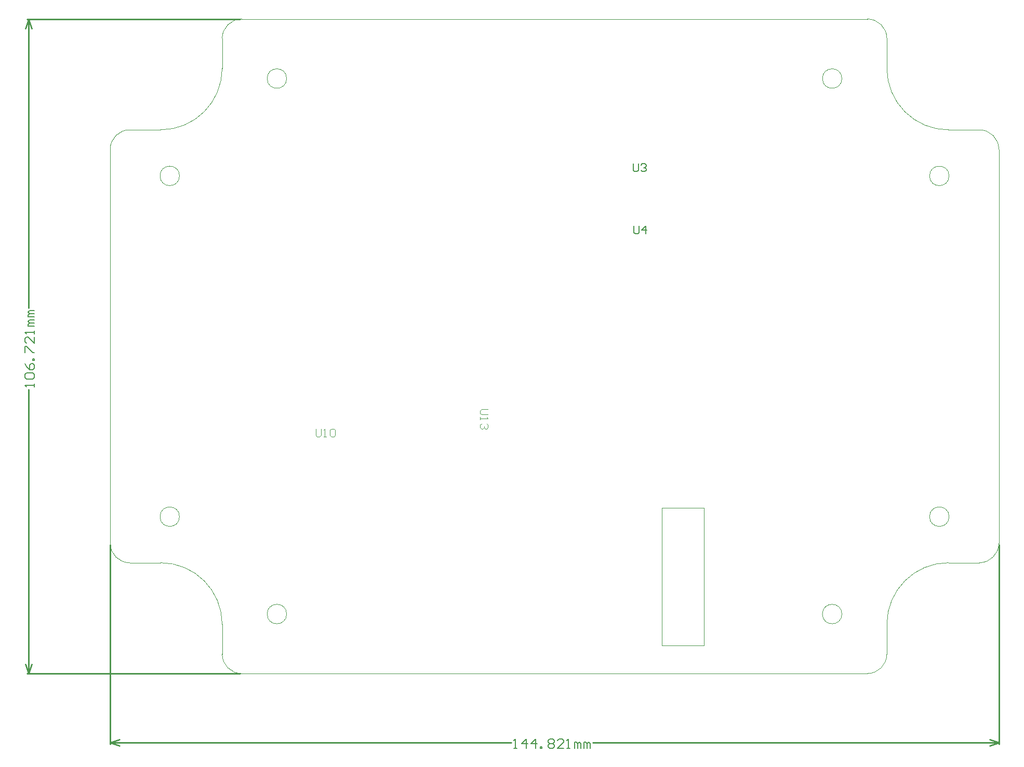
<source format=gbr>
%TF.GenerationSoftware,Altium Limited,Altium Designer,21.0.9 (235)*%
G04 Layer_Color=16711935*
%FSLAX26Y26*%
%MOIN*%
%TF.SameCoordinates,5BE5EA85-216B-4E4C-B8B6-EAA837D7D1E1*%
%TF.FilePolarity,Positive*%
%TF.FileFunction,Other,Mechanical_1*%
%TF.Part,Single*%
G01*
G75*
%TA.AperFunction,NonConductor*%
%ADD105C,0.006000*%
%ADD152C,0.003937*%
%ADD159C,0.010000*%
%ADD209C,0.000500*%
%ADD210C,0.007000*%
%ADD211C,0.002362*%
D105*
X5081456Y2089010D02*
X5101450D01*
X5091453D01*
Y2148990D01*
X5081456Y2138994D01*
X5161431Y2089010D02*
Y2148990D01*
X5131440Y2119000D01*
X5171427D01*
X5221411Y2089010D02*
Y2148990D01*
X5191421Y2119000D01*
X5231408D01*
X5251401Y2089010D02*
Y2099006D01*
X5261398D01*
Y2089010D01*
X5251401D01*
X5301385Y2138994D02*
X5311382Y2148990D01*
X5331376D01*
X5341372Y2138994D01*
Y2128997D01*
X5331376Y2119000D01*
X5341372Y2109003D01*
Y2099006D01*
X5331376Y2089010D01*
X5311382D01*
X5301385Y2099006D01*
Y2109003D01*
X5311382Y2119000D01*
X5301385Y2128997D01*
Y2138994D01*
X5311382Y2119000D02*
X5331376D01*
X5401353Y2089010D02*
X5361366D01*
X5401353Y2128997D01*
Y2138994D01*
X5391356Y2148990D01*
X5371363D01*
X5361366Y2138994D01*
X5421346Y2089010D02*
X5441340D01*
X5431343D01*
Y2148990D01*
X5421346Y2138994D01*
X5471330Y2089010D02*
Y2128997D01*
X5481327D01*
X5491324Y2119000D01*
Y2089010D01*
Y2119000D01*
X5501320Y2128997D01*
X5511317Y2119000D01*
Y2089010D01*
X5531311D02*
Y2128997D01*
X5541308D01*
X5551304Y2119000D01*
Y2089010D01*
Y2119000D01*
X5561301Y2128997D01*
X5571298Y2119000D01*
Y2089010D01*
X2003990Y4408422D02*
Y4428415D01*
Y4418418D01*
X1944010D01*
X1954006Y4408422D01*
Y4458405D02*
X1944010Y4468402D01*
Y4488396D01*
X1954006Y4498392D01*
X1993994D01*
X2003990Y4488396D01*
Y4468402D01*
X1993994Y4458405D01*
X1954006D01*
X1944010Y4558373D02*
X1954006Y4538379D01*
X1974000Y4518386D01*
X1993994D01*
X2003990Y4528383D01*
Y4548376D01*
X1993994Y4558373D01*
X1983997D01*
X1974000Y4548376D01*
Y4518386D01*
X2003990Y4578367D02*
X1993994D01*
Y4588363D01*
X2003990D01*
Y4578367D01*
X1944010Y4628350D02*
Y4668337D01*
X1954006D01*
X1993994Y4628350D01*
X2003990D01*
Y4728318D02*
Y4688331D01*
X1964003Y4728318D01*
X1954006D01*
X1944010Y4718321D01*
Y4698328D01*
X1954006Y4688331D01*
X2003990Y4748311D02*
Y4768305D01*
Y4758308D01*
X1944010D01*
X1954006Y4748311D01*
X2003990Y4798295D02*
X1964003D01*
Y4808292D01*
X1974000Y4818289D01*
X2003990D01*
X1974000D01*
X1964003Y4828286D01*
X1974000Y4838282D01*
X2003990D01*
Y4858276D02*
X1964003D01*
Y4868273D01*
X1974000Y4878269D01*
X2003990D01*
X1974000D01*
X1964003Y4888266D01*
X1974000Y4898263D01*
X2003990D01*
D152*
X6030315Y2747165D02*
Y3632992D01*
X6301968D01*
Y2747165D02*
Y3632992D01*
X6030315Y2747165D02*
X6301968D01*
X4914984Y4265000D02*
X4873331D01*
X4865000Y4256669D01*
Y4240008D01*
X4873331Y4231677D01*
X4914984D01*
X4865000Y4215016D02*
Y4198355D01*
Y4206686D01*
X4914984D01*
X4906653Y4215016D01*
Y4173363D02*
X4914984Y4165032D01*
Y4148371D01*
X4906653Y4140040D01*
X4898323D01*
X4889992Y4148371D01*
Y4156702D01*
Y4148371D01*
X4881661Y4140040D01*
X4873331D01*
X4865000Y4148371D01*
Y4165032D01*
X4873331Y4173363D01*
D159*
X8193178Y2115000D02*
Y3394690D01*
X2491577Y2115000D02*
Y3394690D01*
X5587298Y2125000D02*
X8193178D01*
X2491577D02*
X5065456D01*
X8133178Y2145000D02*
X8193178Y2125000D01*
X8133178Y2105000D02*
X8193178Y2125000D01*
X2491577D02*
X2551577Y2105000D01*
X2491577Y2125000D02*
X2551577Y2145000D01*
X1958000Y2568542D02*
X3324719D01*
X1958000Y6770143D02*
X3324719D01*
X1968000Y2568542D02*
Y4392422D01*
Y4914263D02*
Y6770143D01*
Y2568542D02*
X1988000Y2628542D01*
X1948000D02*
X1968000Y2568542D01*
X1948000Y6710143D02*
X1968000Y6770143D01*
X1988000Y6710143D01*
D209*
X2616577Y6058744D02*
G03*
X2491577Y5933744I0J-125000D01*
G01*
X2814968Y6058744D02*
G03*
X3209969Y6453745I0J395001D01*
G01*
X3334969Y6770143D02*
G03*
X3209969Y6645143I0J-125000D01*
G01*
X7474785D02*
G03*
X7349785Y6770143I-125000J0D01*
G01*
X7474785Y6453745D02*
G03*
X7869786Y6058744I395001J0D01*
G01*
X8193178Y5933744D02*
G03*
X8068178Y6058744I-125000J0D01*
G01*
Y3279940D02*
G03*
X8193178Y3404940I0J125000D01*
G01*
X7869786Y3279940D02*
G03*
X7474785Y2884940I0J-395001D01*
G01*
X7349785Y2568542D02*
G03*
X7474785Y2693542I0J125000D01*
G01*
X3209969D02*
G03*
X3334969Y2568542I125000J0D01*
G01*
X3209969Y2884940D02*
G03*
X2814968Y3279940I-395001J0D01*
G01*
X2491577Y3404940D02*
G03*
X2616577Y3279940I125000J0D01*
G01*
X7873627Y3575592D02*
G03*
X7873627Y3575592I-62500J0D01*
G01*
X7186127Y6388092D02*
G03*
X7186127Y6388092I-62500J0D01*
G01*
X3623627Y2950592D02*
G03*
X3623627Y2950592I-62500J0D01*
G01*
X2936127Y5763092D02*
G03*
X2936127Y5763092I-62500J0D01*
G01*
X3623627Y6388092D02*
G03*
X3623627Y6388092I-62500J0D01*
G01*
X2936127Y3575592D02*
G03*
X2936127Y3575592I-62500J0D01*
G01*
X7186127Y2950592D02*
G03*
X7186127Y2950592I-62500J0D01*
G01*
X7873627Y5763092D02*
G03*
X7873627Y5763092I-62500J0D01*
G01*
X2616577Y6058744D02*
X2814968D01*
X3209969Y6453745D02*
Y6645143D01*
X3334969Y6770143D02*
X7349785D01*
X7474785Y6453745D02*
Y6645143D01*
X7869786Y6058744D02*
X8068178D01*
X8193178Y3404940D02*
Y5933744D01*
X7869786Y3279940D02*
X8068178D01*
X7474785Y2693542D02*
Y2884940D01*
X3334969Y2568542D02*
X7349785D01*
X3209969Y2693542D02*
Y2884940D01*
X2616577Y3279940D02*
X2814968D01*
X2491577Y3404940D02*
Y5933744D01*
D210*
X5852795Y5441598D02*
Y5399945D01*
X5861126Y5391614D01*
X5877787D01*
X5886118Y5399945D01*
Y5441598D01*
X5927771Y5391614D02*
Y5441598D01*
X5902779Y5416606D01*
X5936102D01*
X5847795Y5840574D02*
Y5798921D01*
X5856126Y5790591D01*
X5872787D01*
X5881118Y5798921D01*
Y5840574D01*
X5897779Y5832244D02*
X5906110Y5840574D01*
X5922771D01*
X5931102Y5832244D01*
Y5823913D01*
X5922771Y5815582D01*
X5914440D01*
X5922771D01*
X5931102Y5807252D01*
Y5798921D01*
X5922771Y5790591D01*
X5906110D01*
X5897779Y5798921D01*
D211*
X3810000Y4139984D02*
Y4098331D01*
X3818331Y4090000D01*
X3834992D01*
X3843323Y4098331D01*
Y4139984D01*
X3859984Y4090000D02*
X3876645D01*
X3868314D01*
Y4139984D01*
X3859984Y4131653D01*
X3901637D02*
X3909968Y4139984D01*
X3926629D01*
X3934960Y4131653D01*
Y4098331D01*
X3926629Y4090000D01*
X3909968D01*
X3901637Y4098331D01*
Y4131653D01*
%TF.MD5,090f85859f10fac4cd5d99d1908d67c7*%
M02*

</source>
